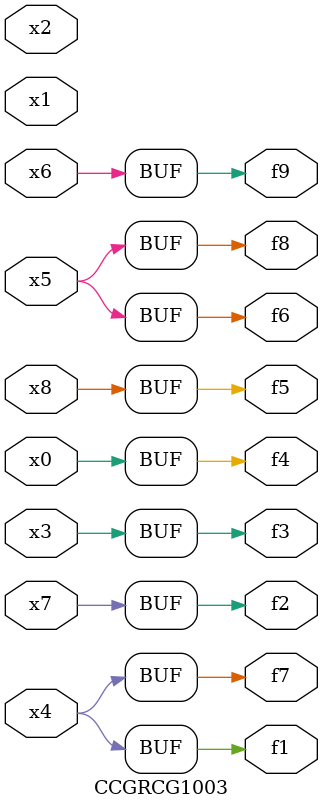
<source format=v>
module CCGRCG1003(
	input x0, x1, x2, x3, x4, x5, x6, x7, x8,
	output f1, f2, f3, f4, f5, f6, f7, f8, f9
);
	assign f1 = x4;
	assign f2 = x7;
	assign f3 = x3;
	assign f4 = x0;
	assign f5 = x8;
	assign f6 = x5;
	assign f7 = x4;
	assign f8 = x5;
	assign f9 = x6;
endmodule

</source>
